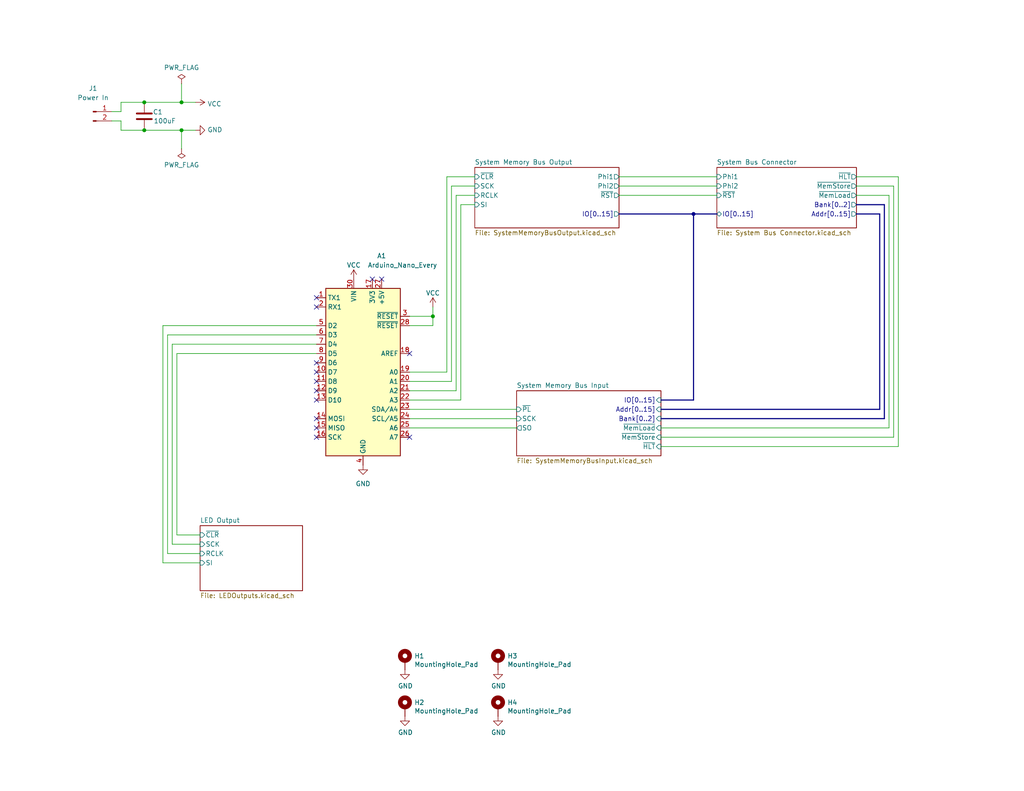
<source format=kicad_sch>
(kicad_sch (version 20230121) (generator eeschema)
  (paper "USLetter")
  (title_block (title "Turtle16: Processor Board Test Fixture") (date "2023-11-27") (rev "A") (comment 3 "Tests the processor through the system bus interface.") (comment 4 "Test fixture for the Turtle16 processor board."))
  (lib_symbols
    (symbol "Connector:Conn_01x02_Pin" (pin_names (offset 1.016) hide)
      (property "Reference" "J" (at 0 2.54 0))
      (property "Value" "Conn_01x02_Pin" (at 0 -5.08 0))
      (symbol "Conn_01x02_Pin_1_1"
        (polyline (pts (xy 1.27 -2.54) (xy 0.8636 -2.54)) (stroke (width 0.1524)))
        (polyline (pts (xy 1.27 0) (xy 0.8636 0)) (stroke (width 0.1524)))
        (rectangle (start 0.8636 -2.413) (end 0 -2.667) (stroke (width 0.1524)) (fill (type outline)))
        (rectangle (start 0.8636 0.127) (end 0 -0.127) (stroke (width 0.1524)) (fill (type outline)))
        (pin passive line (at 5.08 0 180) (length 3.81) (name "Pin_1") (number "1"))
        (pin passive line (at 5.08 -2.54 180) (length 3.81) (name "Pin_2") (number "2"))
      )
    )
    (symbol "Device:C" (pin_numbers hide) (pin_names (offset 0.254))
      (property "Reference" "C" (at 0.635 2.54 0))
      (property "Value" "C" (at 0.635 -2.54 0))
      (symbol "C_0_1"
        (polyline (pts (xy -2.032 -0.762) (xy 2.032 -0.762)) (stroke (width 0.508)))
        (polyline (pts (xy -2.032 0.762) (xy 2.032 0.762)) (stroke (width 0.508)))
      )
      (symbol "C_1_1"
        (pin passive line (at 0 3.81 270) (length 2.794) (name "~") (number "1"))
        (pin passive line (at 0 -3.81 90) (length 2.794) (name "~") (number "2"))
      )
    )
    (symbol "MCU_Module:Arduino_Nano_Every"
      (property "Reference" "A" (at -10.16 23.495 0))
      (property "Value" "Arduino_Nano_Every" (at 5.08 -24.13 0))
      (symbol "Arduino_Nano_Every_0_1"
        (rectangle (start -10.16 22.86) (end 10.16 -22.86) (stroke (width 0.254)) (fill (type background)))
      )
      (symbol "Arduino_Nano_Every_1_1"
        (pin bidirectional line (at -12.7 20.32 0) (length 2.54) (name "TX1") (number "1"))
        (pin bidirectional line (at -12.7 0 0) (length 2.54) (name "D7") (number "10"))
        (pin bidirectional line (at -12.7 -2.54 0) (length 2.54) (name "D8") (number "11"))
        (pin bidirectional line (at -12.7 -5.08 0) (length 2.54) (name "D9") (number "12"))
        (pin bidirectional line (at -12.7 -7.62 0) (length 2.54) (name "D10") (number "13"))
        (pin bidirectional line (at -12.7 -12.7 0) (length 2.54) (name "MOSI") (number "14"))
        (pin bidirectional line (at -12.7 -15.24 0) (length 2.54) (name "MISO") (number "15"))
        (pin bidirectional line (at -12.7 -17.78 0) (length 2.54) (name "SCK") (number "16"))
        (pin power_out line (at 2.54 25.4 270) (length 2.54) (name "3V3") (number "17"))
        (pin input line (at 12.7 5.08 180) (length 2.54) (name "AREF") (number "18"))
        (pin bidirectional line (at 12.7 0 180) (length 2.54) (name "A0") (number "19"))
        (pin bidirectional line (at -12.7 17.78 0) (length 2.54) (name "RX1") (number "2"))
        (pin bidirectional line (at 12.7 -2.54 180) (length 2.54) (name "A1") (number "20"))
        (pin bidirectional line (at 12.7 -5.08 180) (length 2.54) (name "A2") (number "21"))
        (pin bidirectional line (at 12.7 -7.62 180) (length 2.54) (name "A3") (number "22"))
        (pin bidirectional line (at 12.7 -10.16 180) (length 2.54) (name "SDA/A4") (number "23"))
        (pin bidirectional line (at 12.7 -12.7 180) (length 2.54) (name "SCL/A5") (number "24"))
        (pin bidirectional line (at 12.7 -15.24 180) (length 2.54) (name "A6") (number "25"))
        (pin bidirectional line (at 12.7 -17.78 180) (length 2.54) (name "A7") (number "26"))
        (pin power_out line (at 5.08 25.4 270) (length 2.54) (name "+5V") (number "27"))
        (pin input line (at 12.7 12.7 180) (length 2.54) (name "~{RESET}") (number "28"))
        (pin passive line (at 0 -25.4 90) (length 2.54) hide (name "GND") (number "29"))
        (pin input line (at 12.7 15.24 180) (length 2.54) (name "~{RESET}") (number "3"))
        (pin power_in line (at -2.54 25.4 270) (length 2.54) (name "VIN") (number "30"))
        (pin power_in line (at 0 -25.4 90) (length 2.54) (name "GND") (number "4"))
        (pin bidirectional line (at -12.7 12.7 0) (length 2.54) (name "D2") (number "5"))
        (pin bidirectional line (at -12.7 10.16 0) (length 2.54) (name "D3") (number "6"))
        (pin bidirectional line (at -12.7 7.62 0) (length 2.54) (name "D4") (number "7"))
        (pin bidirectional line (at -12.7 5.08 0) (length 2.54) (name "D5") (number "8"))
        (pin bidirectional line (at -12.7 2.54 0) (length 2.54) (name "D6") (number "9"))
      )
    )
    (symbol "Mechanical:MountingHole_Pad" (pin_numbers hide) (pin_names (offset 1.016) hide)
      (property "Reference" "H" (at 0 6.35 0))
      (property "Value" "MountingHole_Pad" (at 0 4.445 0))
      (symbol "MountingHole_Pad_0_1"
        (circle (center 0 1.27) (radius 1.27) (stroke (width 1.27)))
      )
      (symbol "MountingHole_Pad_1_1"
        (pin input line (at 0 -2.54 90) (length 2.54) (name "1") (number "1"))
      )
    )
    (symbol "power:GND" (power) (pin_names (offset 0))
      (property "Value" "GND" (at 0 -3.81 0))
      (symbol "GND_0_1"
        (polyline (pts (xy 0 0) (xy 0 -1.27) (xy 1.27 -1.27) (xy 0 -2.54) (xy -1.27 -1.27) (xy 0 -1.27)))
      )
      (symbol "GND_1_1"
        (pin power_in line (at 0 0 270) (length 0) hide (name "GND") (number "1"))
      )
    )
    (symbol "power:PWR_FLAG" (power) (pin_numbers hide) (pin_names (offset 0) hide)
      (property "Value" "PWR_FLAG" (at 0 3.81 0))
      (symbol "PWR_FLAG_0_0"
        (pin power_out line (at 0 0 90) (length 0) (name "pwr") (number "1"))
      )
      (symbol "PWR_FLAG_0_1"
        (polyline (pts (xy 0 0) (xy 0 1.27) (xy -1.016 1.905) (xy 0 2.54) (xy 1.016 1.905) (xy 0 1.27)))
      )
    )
    (symbol "power:VCC" (power) (pin_names (offset 0))
      (property "Value" "VCC" (at 0 3.81 0))
      (symbol "VCC_0_1"
        (polyline (pts (xy -0.762 1.27) (xy 0 2.54)))
        (polyline (pts (xy 0 0) (xy 0 2.54)))
        (polyline (pts (xy 0 2.54) (xy 0.762 1.27)))
      )
      (symbol "VCC_1_1"
        (pin power_in line (at 0 0 90) (length 0) hide (name "VCC") (number "1"))
      )
    )
  )
  (junction (at 49.53 35.56))
  (junction (at 39.37 27.94))
  (junction (at 49.53 27.94))
  (junction (at 39.37 35.56))
  (junction (at 189.23 58.42))
  (junction (at 118.11 86.36))
  (no_connect (at 101.6 76.2))
  (no_connect (at 86.36 114.3))
  (no_connect (at 86.36 106.68))
  (no_connect (at 86.36 99.06))
  (no_connect (at 86.36 119.38))
  (no_connect (at 86.36 104.14))
  (no_connect (at 86.36 83.82))
  (no_connect (at 86.36 116.84))
  (no_connect (at 104.14 76.2))
  (no_connect (at 111.76 119.38))
  (no_connect (at 86.36 101.6))
  (no_connect (at 86.36 81.28))
  (no_connect (at 86.36 109.22))
  (no_connect (at 111.76 96.52))
  (wire (pts (xy 243.84 50.8) (xy 233.68 50.8)))
  (wire (pts (xy 53.34 27.94) (xy 49.53 27.94)))
  (wire (pts (xy 242.57 53.34) (xy 242.57 116.84)))
  (wire (pts (xy 33.02 35.56) (xy 39.37 35.56)))
  (bus (pts (xy 189.23 58.42) (xy 189.23 109.22)))
  (wire (pts (xy 168.91 48.26) (xy 195.58 48.26)))
  (wire (pts (xy 180.34 116.84) (xy 242.57 116.84)))
  (wire (pts (xy 124.46 53.34) (xy 124.46 106.68)))
  (wire (pts (xy 129.54 53.34) (xy 124.46 53.34)))
  (bus (pts (xy 233.68 58.42) (xy 240.03 58.42)))
  (wire (pts (xy 123.19 50.8) (xy 123.19 104.14)))
  (wire (pts (xy 30.48 30.48) (xy 33.02 30.48)))
  (wire (pts (xy 111.76 111.76) (xy 140.97 111.76)))
  (wire (pts (xy 168.91 50.8) (xy 195.58 50.8)))
  (wire (pts (xy 46.99 93.98) (xy 46.99 148.59)))
  (wire (pts (xy 168.91 53.34) (xy 195.58 53.34)))
  (wire (pts (xy 111.76 114.3) (xy 140.97 114.3)))
  (wire (pts (xy 45.72 91.44) (xy 86.36 91.44)))
  (bus (pts (xy 180.34 109.22) (xy 189.23 109.22)))
  (wire (pts (xy 111.76 86.36) (xy 118.11 86.36)))
  (bus (pts (xy 189.23 58.42) (xy 195.58 58.42)))
  (wire (pts (xy 49.53 35.56) (xy 53.34 35.56)))
  (wire (pts (xy 48.26 96.52) (xy 48.26 146.05)))
  (wire (pts (xy 245.11 48.26) (xy 245.11 121.92)))
  (wire (pts (xy 111.76 88.9) (xy 118.11 88.9)))
  (wire (pts (xy 129.54 48.26) (xy 121.92 48.26)))
  (wire (pts (xy 233.68 48.26) (xy 245.11 48.26)))
  (wire (pts (xy 44.45 153.67) (xy 54.61 153.67)))
  (wire (pts (xy 46.99 148.59) (xy 54.61 148.59)))
  (wire (pts (xy 243.84 119.38) (xy 243.84 50.8)))
  (wire (pts (xy 129.54 50.8) (xy 123.19 50.8)))
  (wire (pts (xy 121.92 48.26) (xy 121.92 101.6)))
  (wire (pts (xy 180.34 121.92) (xy 245.11 121.92)))
  (wire (pts (xy 45.72 151.13) (xy 54.61 151.13)))
  (wire (pts (xy 111.76 116.84) (xy 140.97 116.84)))
  (wire (pts (xy 180.34 119.38) (xy 243.84 119.38)))
  (wire (pts (xy 39.37 27.94) (xy 49.53 27.94)))
  (wire (pts (xy 124.46 106.68) (xy 111.76 106.68)))
  (wire (pts (xy 45.72 91.44) (xy 45.72 151.13)))
  (wire (pts (xy 30.48 33.02) (xy 33.02 33.02)))
  (wire (pts (xy 129.54 55.88) (xy 125.73 55.88)))
  (wire (pts (xy 44.45 88.9) (xy 86.36 88.9)))
  (wire (pts (xy 33.02 27.94) (xy 33.02 30.48)))
  (wire (pts (xy 49.53 22.86) (xy 49.53 27.94)))
  (wire (pts (xy 33.02 27.94) (xy 39.37 27.94)))
  (wire (pts (xy 44.45 88.9) (xy 44.45 153.67)))
  (bus (pts (xy 241.3 55.88) (xy 241.3 114.3)))
  (wire (pts (xy 123.19 104.14) (xy 111.76 104.14)))
  (bus (pts (xy 233.68 55.88) (xy 241.3 55.88)))
  (wire (pts (xy 39.37 35.56) (xy 49.53 35.56)))
  (bus (pts (xy 240.03 58.42) (xy 240.03 111.76)))
  (wire (pts (xy 125.73 109.22) (xy 111.76 109.22)))
  (wire (pts (xy 46.99 93.98) (xy 86.36 93.98)))
  (wire (pts (xy 118.11 88.9) (xy 118.11 86.36)))
  (wire (pts (xy 48.26 96.52) (xy 86.36 96.52)))
  (wire (pts (xy 121.92 101.6) (xy 111.76 101.6)))
  (wire (pts (xy 233.68 53.34) (xy 242.57 53.34)))
  (bus (pts (xy 168.91 58.42) (xy 189.23 58.42)))
  (wire (pts (xy 125.73 55.88) (xy 125.73 109.22)))
  (wire (pts (xy 118.11 86.36) (xy 118.11 83.82)))
  (wire (pts (xy 49.53 40.64) (xy 49.53 35.56)))
  (bus (pts (xy 180.34 111.76) (xy 240.03 111.76)))
  (bus (pts (xy 180.34 114.3) (xy 241.3 114.3)))
  (wire (pts (xy 48.26 146.05) (xy 54.61 146.05)))
  (wire (pts (xy 33.02 33.02) (xy 33.02 35.56)))
  (symbol (lib_id "power:VCC") (at 53.34 27.94 270) (unit 1)
    (property "Reference" "#PWR01" (effects hide))
    (property "Value" "VCC" (at 56.5912 28.3718 90) (effects (justify left)))
  )
  (symbol (lib_id "Mechanical:MountingHole_Pad") (at 110.49 180.34 0) (unit 1) (in_bom no)
    (property "Reference" "H1" (at 113.03 179.0954 0) (effects (justify left)))
    (property "Value" "MountingHole_Pad" (at 113.03 181.4068 0) (effects (justify left)))
    (property "Footprint" "MountingHole:MountingHole_3.2mm_M3_Pad" (effects hide))
  )
  (symbol (lib_id "Mechanical:MountingHole_Pad") (at 135.89 180.34 0) (unit 1) (in_bom no)
    (property "Reference" "H3" (at 138.43 179.0954 0) (effects (justify left)))
    (property "Value" "MountingHole_Pad" (at 138.43 181.4068 0) (effects (justify left)))
    (property "Footprint" "MountingHole:MountingHole_3.2mm_M3_Pad" (effects hide))
  )
  (symbol (lib_id "Mechanical:MountingHole_Pad") (at 135.89 193.04 0) (unit 1) (in_bom no)
    (property "Reference" "H4" (at 138.43 191.7954 0) (effects (justify left)))
    (property "Value" "MountingHole_Pad" (at 138.43 194.1068 0) (effects (justify left)))
    (property "Footprint" "MountingHole:MountingHole_3.2mm_M3_Pad" (effects hide))
  )
  (symbol (lib_id "Mechanical:MountingHole_Pad") (at 110.49 193.04 0) (unit 1) (in_bom no)
    (property "Reference" "H2" (at 113.03 191.7954 0) (effects (justify left)))
    (property "Value" "MountingHole_Pad" (at 113.03 194.1068 0) (effects (justify left)))
    (property "Footprint" "MountingHole:MountingHole_3.2mm_M3_Pad" (effects hide))
  )
  (symbol (lib_id "power:GND") (at 53.34 35.56 90) (unit 1)
    (property "Reference" "#PWR02" (effects hide))
    (property "Value" "GND" (at 56.5912 35.433 90) (effects (justify right)))
  )
  (symbol (lib_id "Connector:Conn_01x02_Pin") (at 25.4 30.48 0) (unit 1)
    (property "Reference" "J1" (at 25.4 24.13 0))
    (property "Value" "Power In" (at 25.4 26.67 0))
    (property "Footprint" "Connector_Molex:172448-0002" (effects hide))
    (property "Datasheet" "https://www.molex.com/content/dam/molex/molex-dot-com/products/automated/en-us/salesdrawingpdf/172/172448/1724480002_sd.pdf" (effects hide))
    (property "Manufacturer" "Molex" (effects hide))
    (property "Manufacturer#" "172448-0002" (effects hide))
    (property "Mouser#" "538-172448-0002" (effects hide))
    (property "Digikey#" "WM16206-ND" (effects hide))
  )
  (symbol (lib_id "power:PWR_FLAG") (at 49.53 40.64 180) (unit 1)
    (property "Reference" "#FLG02" (effects hide))
    (property "Value" "PWR_FLAG" (at 49.53 45.0342 0))
  )
  (symbol (lib_id "power:GND") (at 99.06 127 0) (unit 1)
    (property "Reference" "#PWR04" (effects hide))
    (property "Value" "GND" (at 99.06 132.08 0))
  )
  (symbol (lib_id "power:GND") (at 110.49 182.88 0) (unit 1)
    (property "Reference" "#PWR05" (effects hide))
    (property "Value" "GND" (at 110.617 187.2742 0))
  )
  (symbol (lib_id "Device:C") (at 39.37 31.75 0) (unit 1)
    (property "Reference" "C1" (at 41.7068 30.5816 0) (effects (justify left)))
    (property "Value" "100uF" (at 41.91 33.02 0) (effects (justify left)))
    (property "Footprint" "Capacitor_SMD:C_1206_3216Metric" (effects hide))
    (property "Datasheet" "https://www.yuden.co.jp/productdata/catalog/mlcc06_e.pdf" (effects hide))
    (property "Manufacturer" "Taiyo Yuden" (effects hide))
    (property "Manufacturer#" "AMK316ABJ107ML-T" (effects hide))
    (property "Mouser#" "963-AMK316ABJ107ML-T" (effects hide))
    (property "Digikey#" "587-AMK316ABJ107ML-TCT-ND" (effects hide))
  )
  (symbol (lib_id "power:VCC") (at 96.52 76.2 0) (unit 1)
    (property "Reference" "#PWR03" (effects hide))
    (property "Value" "VCC" (at 96.52 72.39 0))
  )
  (symbol (lib_id "MCU_Module:Arduino_Nano_Every") (at 99.06 101.6 0) (unit 1)
    (property "Reference" "A1" (at 102.87 69.85 0) (effects (justify left)))
    (property "Value" "Arduino_Nano_Every" (at 100.33 72.39 0) (effects (justify left)))
    (property "Footprint" "Module:Arduino_Nano" (effects hide))
    (property "Datasheet" "https://content.arduino.cc/assets/NANOEveryV3.0_sch.pdf" (effects hide))
  )
  (symbol (lib_id "power:VCC") (at 118.11 83.82 0) (unit 1)
    (property "Reference" "#PWR07" (effects hide))
    (property "Value" "VCC" (at 118.11 80.01 0))
  )
  (symbol (lib_id "power:GND") (at 135.89 182.88 0) (unit 1)
    (property "Reference" "#PWR08" (effects hide))
    (property "Value" "GND" (at 136.017 187.2742 0))
  )
  (symbol (lib_id "power:PWR_FLAG") (at 49.53 22.86 0) (unit 1)
    (property "Reference" "#FLG01" (effects hide))
    (property "Value" "PWR_FLAG" (at 49.53 18.4658 0))
  )
  (symbol (lib_id "power:GND") (at 110.49 195.58 0) (unit 1)
    (property "Reference" "#PWR06" (effects hide))
    (property "Value" "GND" (at 110.617 199.9742 0))
  )
  (symbol (lib_id "power:GND") (at 135.89 195.58 0) (unit 1)
    (property "Reference" "#PWR09" (effects hide))
    (property "Value" "GND" (at 136.017 199.9742 0))
  )
  (sheet (at 129.54 45.72) (size 39.37 16.51) (stroke (width 0.1524))
    (property "Sheetname" "System Memory Bus Output" (at 129.54 45.0084 0) (effects (justify left bottom)))
    (property "Sheetfile" "SystemMemoryBusOutput.kicad_sch" (at 129.54 62.8146 0) (effects (justify left top)))
    (pin "~{CLR}" input (at 129.54 48.26 180))
    (pin "SCK" input (at 129.54 50.8 180))
    (pin "RCLK" input (at 129.54 53.34 180))
    (pin "SI" input (at 129.54 55.88 180))
    (pin "IO[0..15]" output (at 168.91 58.42 0))
    (pin "Phi1" output (at 168.91 48.26 0))
    (pin "~{RST}" output (at 168.91 53.34 0))
    (pin "Phi2" output (at 168.91 50.8 0))
  )
  (sheet (at 140.97 106.68) (size 39.37 17.78) (stroke (width 0.1524))
    (property "Sheetname" "System Memory Bus Input" (at 140.97 105.9684 0) (effects (justify left bottom)))
    (property "Sheetfile" "SystemMemoryBusInput.kicad_sch" (at 140.97 125.0446 0) (effects (justify left top)))
    (pin "Addr[0..15]" input (at 180.34 111.76 0))
    (pin "SCK" input (at 140.97 114.3 180))
    (pin "~{PL}" input (at 140.97 111.76 180))
    (pin "Bank[0..2]" input (at 180.34 114.3 0))
    (pin "~{MemStore}" input (at 180.34 119.38 0))
    (pin "~{MemLoad}" input (at 180.34 116.84 0))
    (pin "SO" output (at 140.97 116.84 180))
    (pin "IO[0..15]" input (at 180.34 109.22 0))
    (pin "~{HLT}" input (at 180.34 121.92 0))
  )
  (sheet (at 195.58 45.72) (size 38.1 16.51)
    (property "Sheetname" "System Bus Connector" (at 195.58 45.0084 0) (effects (justify left bottom)))
    (property "Sheetfile" "System Bus Connector.kicad_sch" (at 195.58 62.8146 0) (effects (justify left top)))
    (pin "IO[0..15]" tri_state (at 195.58 58.42 180))
    (pin "Addr[0..15]" output (at 233.68 58.42 0))
    (pin "~{MemLoad}" output (at 233.68 53.34 0))
    (pin "~{MemStore}" output (at 233.68 50.8 0))
    (pin "Phi1" input (at 195.58 48.26 180))
    (pin "Phi2" input (at 195.58 50.8 180))
    (pin "~{RST}" input (at 195.58 53.34 180))
    (pin "Bank[0..2]" output (at 233.68 55.88 0))
    (pin "~{HLT}" output (at 233.68 48.26 0))
  )
  (sheet (at 54.61 143.51) (size 27.94 17.78) (stroke (width 0.1524))
    (property "Sheetname" "LED Output" (at 54.61 142.7984 0) (effects (justify left bottom)))
    (property "Sheetfile" "LEDOutputs.kicad_sch" (at 54.61 161.8746 0) (effects (justify left top)))
    (pin "SI" input (at 54.61 153.67 180))
    (pin "SCK" input (at 54.61 148.59 180))
    (pin "~{CLR}" input (at 54.61 146.05 180))
    (pin "RCLK" input (at 54.61 151.13 180))
  )
)
</source>
